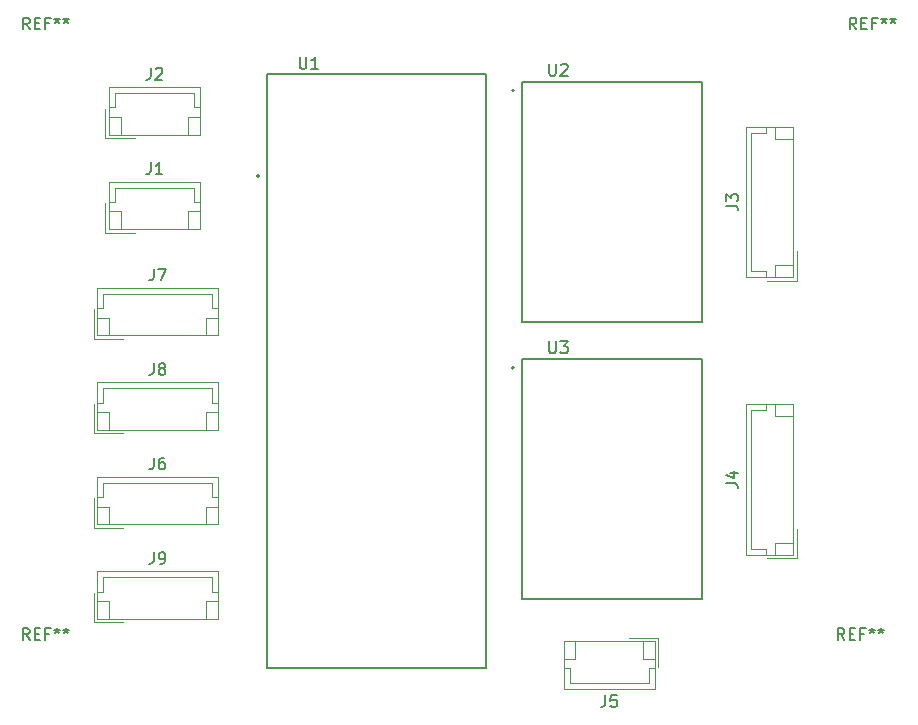
<source format=gbr>
%TF.GenerationSoftware,KiCad,Pcbnew,9.0.2*%
%TF.CreationDate,2025-05-14T21:51:20+02:00*%
%TF.ProjectId,carte_actionneur,63617274-655f-4616-9374-696f6e6e6575,rev?*%
%TF.SameCoordinates,Original*%
%TF.FileFunction,Legend,Top*%
%TF.FilePolarity,Positive*%
%FSLAX46Y46*%
G04 Gerber Fmt 4.6, Leading zero omitted, Abs format (unit mm)*
G04 Created by KiCad (PCBNEW 9.0.2) date 2025-05-14 21:51:20*
%MOMM*%
%LPD*%
G01*
G04 APERTURE LIST*
%ADD10C,0.150000*%
%ADD11C,0.120000*%
%ADD12C,0.127000*%
%ADD13C,0.200000*%
G04 APERTURE END LIST*
D10*
X62666666Y-88604819D02*
X62333333Y-88128628D01*
X62095238Y-88604819D02*
X62095238Y-87604819D01*
X62095238Y-87604819D02*
X62476190Y-87604819D01*
X62476190Y-87604819D02*
X62571428Y-87652438D01*
X62571428Y-87652438D02*
X62619047Y-87700057D01*
X62619047Y-87700057D02*
X62666666Y-87795295D01*
X62666666Y-87795295D02*
X62666666Y-87938152D01*
X62666666Y-87938152D02*
X62619047Y-88033390D01*
X62619047Y-88033390D02*
X62571428Y-88081009D01*
X62571428Y-88081009D02*
X62476190Y-88128628D01*
X62476190Y-88128628D02*
X62095238Y-88128628D01*
X63095238Y-88081009D02*
X63428571Y-88081009D01*
X63571428Y-88604819D02*
X63095238Y-88604819D01*
X63095238Y-88604819D02*
X63095238Y-87604819D01*
X63095238Y-87604819D02*
X63571428Y-87604819D01*
X64333333Y-88081009D02*
X64000000Y-88081009D01*
X64000000Y-88604819D02*
X64000000Y-87604819D01*
X64000000Y-87604819D02*
X64476190Y-87604819D01*
X65000000Y-87604819D02*
X65000000Y-87842914D01*
X64761905Y-87747676D02*
X65000000Y-87842914D01*
X65000000Y-87842914D02*
X65238095Y-87747676D01*
X64857143Y-88033390D02*
X65000000Y-87842914D01*
X65000000Y-87842914D02*
X65142857Y-88033390D01*
X65761905Y-87604819D02*
X65761905Y-87842914D01*
X65523810Y-87747676D02*
X65761905Y-87842914D01*
X65761905Y-87842914D02*
X66000000Y-87747676D01*
X65619048Y-88033390D02*
X65761905Y-87842914D01*
X65761905Y-87842914D02*
X65904762Y-88033390D01*
X62666666Y-36904819D02*
X62333333Y-36428628D01*
X62095238Y-36904819D02*
X62095238Y-35904819D01*
X62095238Y-35904819D02*
X62476190Y-35904819D01*
X62476190Y-35904819D02*
X62571428Y-35952438D01*
X62571428Y-35952438D02*
X62619047Y-36000057D01*
X62619047Y-36000057D02*
X62666666Y-36095295D01*
X62666666Y-36095295D02*
X62666666Y-36238152D01*
X62666666Y-36238152D02*
X62619047Y-36333390D01*
X62619047Y-36333390D02*
X62571428Y-36381009D01*
X62571428Y-36381009D02*
X62476190Y-36428628D01*
X62476190Y-36428628D02*
X62095238Y-36428628D01*
X63095238Y-36381009D02*
X63428571Y-36381009D01*
X63571428Y-36904819D02*
X63095238Y-36904819D01*
X63095238Y-36904819D02*
X63095238Y-35904819D01*
X63095238Y-35904819D02*
X63571428Y-35904819D01*
X64333333Y-36381009D02*
X64000000Y-36381009D01*
X64000000Y-36904819D02*
X64000000Y-35904819D01*
X64000000Y-35904819D02*
X64476190Y-35904819D01*
X65000000Y-35904819D02*
X65000000Y-36142914D01*
X64761905Y-36047676D02*
X65000000Y-36142914D01*
X65000000Y-36142914D02*
X65238095Y-36047676D01*
X64857143Y-36333390D02*
X65000000Y-36142914D01*
X65000000Y-36142914D02*
X65142857Y-36333390D01*
X65761905Y-35904819D02*
X65761905Y-36142914D01*
X65523810Y-36047676D02*
X65761905Y-36142914D01*
X65761905Y-36142914D02*
X66000000Y-36047676D01*
X65619048Y-36333390D02*
X65761905Y-36142914D01*
X65761905Y-36142914D02*
X65904762Y-36333390D01*
X131666666Y-88604819D02*
X131333333Y-88128628D01*
X131095238Y-88604819D02*
X131095238Y-87604819D01*
X131095238Y-87604819D02*
X131476190Y-87604819D01*
X131476190Y-87604819D02*
X131571428Y-87652438D01*
X131571428Y-87652438D02*
X131619047Y-87700057D01*
X131619047Y-87700057D02*
X131666666Y-87795295D01*
X131666666Y-87795295D02*
X131666666Y-87938152D01*
X131666666Y-87938152D02*
X131619047Y-88033390D01*
X131619047Y-88033390D02*
X131571428Y-88081009D01*
X131571428Y-88081009D02*
X131476190Y-88128628D01*
X131476190Y-88128628D02*
X131095238Y-88128628D01*
X132095238Y-88081009D02*
X132428571Y-88081009D01*
X132571428Y-88604819D02*
X132095238Y-88604819D01*
X132095238Y-88604819D02*
X132095238Y-87604819D01*
X132095238Y-87604819D02*
X132571428Y-87604819D01*
X133333333Y-88081009D02*
X133000000Y-88081009D01*
X133000000Y-88604819D02*
X133000000Y-87604819D01*
X133000000Y-87604819D02*
X133476190Y-87604819D01*
X134000000Y-87604819D02*
X134000000Y-87842914D01*
X133761905Y-87747676D02*
X134000000Y-87842914D01*
X134000000Y-87842914D02*
X134238095Y-87747676D01*
X133857143Y-88033390D02*
X134000000Y-87842914D01*
X134000000Y-87842914D02*
X134142857Y-88033390D01*
X134761905Y-87604819D02*
X134761905Y-87842914D01*
X134523810Y-87747676D02*
X134761905Y-87842914D01*
X134761905Y-87842914D02*
X135000000Y-87747676D01*
X134619048Y-88033390D02*
X134761905Y-87842914D01*
X134761905Y-87842914D02*
X134904762Y-88033390D01*
X132666666Y-36904819D02*
X132333333Y-36428628D01*
X132095238Y-36904819D02*
X132095238Y-35904819D01*
X132095238Y-35904819D02*
X132476190Y-35904819D01*
X132476190Y-35904819D02*
X132571428Y-35952438D01*
X132571428Y-35952438D02*
X132619047Y-36000057D01*
X132619047Y-36000057D02*
X132666666Y-36095295D01*
X132666666Y-36095295D02*
X132666666Y-36238152D01*
X132666666Y-36238152D02*
X132619047Y-36333390D01*
X132619047Y-36333390D02*
X132571428Y-36381009D01*
X132571428Y-36381009D02*
X132476190Y-36428628D01*
X132476190Y-36428628D02*
X132095238Y-36428628D01*
X133095238Y-36381009D02*
X133428571Y-36381009D01*
X133571428Y-36904819D02*
X133095238Y-36904819D01*
X133095238Y-36904819D02*
X133095238Y-35904819D01*
X133095238Y-35904819D02*
X133571428Y-35904819D01*
X134333333Y-36381009D02*
X134000000Y-36381009D01*
X134000000Y-36904819D02*
X134000000Y-35904819D01*
X134000000Y-35904819D02*
X134476190Y-35904819D01*
X135000000Y-35904819D02*
X135000000Y-36142914D01*
X134761905Y-36047676D02*
X135000000Y-36142914D01*
X135000000Y-36142914D02*
X135238095Y-36047676D01*
X134857143Y-36333390D02*
X135000000Y-36142914D01*
X135000000Y-36142914D02*
X135142857Y-36333390D01*
X135761905Y-35904819D02*
X135761905Y-36142914D01*
X135523810Y-36047676D02*
X135761905Y-36142914D01*
X135761905Y-36142914D02*
X136000000Y-36047676D01*
X135619048Y-36333390D02*
X135761905Y-36142914D01*
X135761905Y-36142914D02*
X135904762Y-36333390D01*
X72916666Y-48154819D02*
X72916666Y-48869104D01*
X72916666Y-48869104D02*
X72869047Y-49011961D01*
X72869047Y-49011961D02*
X72773809Y-49107200D01*
X72773809Y-49107200D02*
X72630952Y-49154819D01*
X72630952Y-49154819D02*
X72535714Y-49154819D01*
X73916666Y-49154819D02*
X73345238Y-49154819D01*
X73630952Y-49154819D02*
X73630952Y-48154819D01*
X73630952Y-48154819D02*
X73535714Y-48297676D01*
X73535714Y-48297676D02*
X73440476Y-48392914D01*
X73440476Y-48392914D02*
X73345238Y-48440533D01*
X72916666Y-40154819D02*
X72916666Y-40869104D01*
X72916666Y-40869104D02*
X72869047Y-41011961D01*
X72869047Y-41011961D02*
X72773809Y-41107200D01*
X72773809Y-41107200D02*
X72630952Y-41154819D01*
X72630952Y-41154819D02*
X72535714Y-41154819D01*
X73345238Y-40250057D02*
X73392857Y-40202438D01*
X73392857Y-40202438D02*
X73488095Y-40154819D01*
X73488095Y-40154819D02*
X73726190Y-40154819D01*
X73726190Y-40154819D02*
X73821428Y-40202438D01*
X73821428Y-40202438D02*
X73869047Y-40250057D01*
X73869047Y-40250057D02*
X73916666Y-40345295D01*
X73916666Y-40345295D02*
X73916666Y-40440533D01*
X73916666Y-40440533D02*
X73869047Y-40583390D01*
X73869047Y-40583390D02*
X73297619Y-41154819D01*
X73297619Y-41154819D02*
X73916666Y-41154819D01*
X73166666Y-81154819D02*
X73166666Y-81869104D01*
X73166666Y-81869104D02*
X73119047Y-82011961D01*
X73119047Y-82011961D02*
X73023809Y-82107200D01*
X73023809Y-82107200D02*
X72880952Y-82154819D01*
X72880952Y-82154819D02*
X72785714Y-82154819D01*
X73690476Y-82154819D02*
X73880952Y-82154819D01*
X73880952Y-82154819D02*
X73976190Y-82107200D01*
X73976190Y-82107200D02*
X74023809Y-82059580D01*
X74023809Y-82059580D02*
X74119047Y-81916723D01*
X74119047Y-81916723D02*
X74166666Y-81726247D01*
X74166666Y-81726247D02*
X74166666Y-81345295D01*
X74166666Y-81345295D02*
X74119047Y-81250057D01*
X74119047Y-81250057D02*
X74071428Y-81202438D01*
X74071428Y-81202438D02*
X73976190Y-81154819D01*
X73976190Y-81154819D02*
X73785714Y-81154819D01*
X73785714Y-81154819D02*
X73690476Y-81202438D01*
X73690476Y-81202438D02*
X73642857Y-81250057D01*
X73642857Y-81250057D02*
X73595238Y-81345295D01*
X73595238Y-81345295D02*
X73595238Y-81583390D01*
X73595238Y-81583390D02*
X73642857Y-81678628D01*
X73642857Y-81678628D02*
X73690476Y-81726247D01*
X73690476Y-81726247D02*
X73785714Y-81773866D01*
X73785714Y-81773866D02*
X73976190Y-81773866D01*
X73976190Y-81773866D02*
X74071428Y-81726247D01*
X74071428Y-81726247D02*
X74119047Y-81678628D01*
X74119047Y-81678628D02*
X74166666Y-81583390D01*
X85538095Y-39234819D02*
X85538095Y-40044342D01*
X85538095Y-40044342D02*
X85585714Y-40139580D01*
X85585714Y-40139580D02*
X85633333Y-40187200D01*
X85633333Y-40187200D02*
X85728571Y-40234819D01*
X85728571Y-40234819D02*
X85919047Y-40234819D01*
X85919047Y-40234819D02*
X86014285Y-40187200D01*
X86014285Y-40187200D02*
X86061904Y-40139580D01*
X86061904Y-40139580D02*
X86109523Y-40044342D01*
X86109523Y-40044342D02*
X86109523Y-39234819D01*
X87109523Y-40234819D02*
X86538095Y-40234819D01*
X86823809Y-40234819D02*
X86823809Y-39234819D01*
X86823809Y-39234819D02*
X86728571Y-39377676D01*
X86728571Y-39377676D02*
X86633333Y-39472914D01*
X86633333Y-39472914D02*
X86538095Y-39520533D01*
X106663095Y-63319819D02*
X106663095Y-64129342D01*
X106663095Y-64129342D02*
X106710714Y-64224580D01*
X106710714Y-64224580D02*
X106758333Y-64272200D01*
X106758333Y-64272200D02*
X106853571Y-64319819D01*
X106853571Y-64319819D02*
X107044047Y-64319819D01*
X107044047Y-64319819D02*
X107139285Y-64272200D01*
X107139285Y-64272200D02*
X107186904Y-64224580D01*
X107186904Y-64224580D02*
X107234523Y-64129342D01*
X107234523Y-64129342D02*
X107234523Y-63319819D01*
X107615476Y-63319819D02*
X108234523Y-63319819D01*
X108234523Y-63319819D02*
X107901190Y-63700771D01*
X107901190Y-63700771D02*
X108044047Y-63700771D01*
X108044047Y-63700771D02*
X108139285Y-63748390D01*
X108139285Y-63748390D02*
X108186904Y-63796009D01*
X108186904Y-63796009D02*
X108234523Y-63891247D01*
X108234523Y-63891247D02*
X108234523Y-64129342D01*
X108234523Y-64129342D02*
X108186904Y-64224580D01*
X108186904Y-64224580D02*
X108139285Y-64272200D01*
X108139285Y-64272200D02*
X108044047Y-64319819D01*
X108044047Y-64319819D02*
X107758333Y-64319819D01*
X107758333Y-64319819D02*
X107663095Y-64272200D01*
X107663095Y-64272200D02*
X107615476Y-64224580D01*
X111416666Y-93254819D02*
X111416666Y-93969104D01*
X111416666Y-93969104D02*
X111369047Y-94111961D01*
X111369047Y-94111961D02*
X111273809Y-94207200D01*
X111273809Y-94207200D02*
X111130952Y-94254819D01*
X111130952Y-94254819D02*
X111035714Y-94254819D01*
X112369047Y-93254819D02*
X111892857Y-93254819D01*
X111892857Y-93254819D02*
X111845238Y-93731009D01*
X111845238Y-93731009D02*
X111892857Y-93683390D01*
X111892857Y-93683390D02*
X111988095Y-93635771D01*
X111988095Y-93635771D02*
X112226190Y-93635771D01*
X112226190Y-93635771D02*
X112321428Y-93683390D01*
X112321428Y-93683390D02*
X112369047Y-93731009D01*
X112369047Y-93731009D02*
X112416666Y-93826247D01*
X112416666Y-93826247D02*
X112416666Y-94064342D01*
X112416666Y-94064342D02*
X112369047Y-94159580D01*
X112369047Y-94159580D02*
X112321428Y-94207200D01*
X112321428Y-94207200D02*
X112226190Y-94254819D01*
X112226190Y-94254819D02*
X111988095Y-94254819D01*
X111988095Y-94254819D02*
X111892857Y-94207200D01*
X111892857Y-94207200D02*
X111845238Y-94159580D01*
X73166666Y-57154819D02*
X73166666Y-57869104D01*
X73166666Y-57869104D02*
X73119047Y-58011961D01*
X73119047Y-58011961D02*
X73023809Y-58107200D01*
X73023809Y-58107200D02*
X72880952Y-58154819D01*
X72880952Y-58154819D02*
X72785714Y-58154819D01*
X73547619Y-57154819D02*
X74214285Y-57154819D01*
X74214285Y-57154819D02*
X73785714Y-58154819D01*
X73166666Y-73154819D02*
X73166666Y-73869104D01*
X73166666Y-73869104D02*
X73119047Y-74011961D01*
X73119047Y-74011961D02*
X73023809Y-74107200D01*
X73023809Y-74107200D02*
X72880952Y-74154819D01*
X72880952Y-74154819D02*
X72785714Y-74154819D01*
X74071428Y-73154819D02*
X73880952Y-73154819D01*
X73880952Y-73154819D02*
X73785714Y-73202438D01*
X73785714Y-73202438D02*
X73738095Y-73250057D01*
X73738095Y-73250057D02*
X73642857Y-73392914D01*
X73642857Y-73392914D02*
X73595238Y-73583390D01*
X73595238Y-73583390D02*
X73595238Y-73964342D01*
X73595238Y-73964342D02*
X73642857Y-74059580D01*
X73642857Y-74059580D02*
X73690476Y-74107200D01*
X73690476Y-74107200D02*
X73785714Y-74154819D01*
X73785714Y-74154819D02*
X73976190Y-74154819D01*
X73976190Y-74154819D02*
X74071428Y-74107200D01*
X74071428Y-74107200D02*
X74119047Y-74059580D01*
X74119047Y-74059580D02*
X74166666Y-73964342D01*
X74166666Y-73964342D02*
X74166666Y-73726247D01*
X74166666Y-73726247D02*
X74119047Y-73631009D01*
X74119047Y-73631009D02*
X74071428Y-73583390D01*
X74071428Y-73583390D02*
X73976190Y-73535771D01*
X73976190Y-73535771D02*
X73785714Y-73535771D01*
X73785714Y-73535771D02*
X73690476Y-73583390D01*
X73690476Y-73583390D02*
X73642857Y-73631009D01*
X73642857Y-73631009D02*
X73595238Y-73726247D01*
X121654819Y-51833333D02*
X122369104Y-51833333D01*
X122369104Y-51833333D02*
X122511961Y-51880952D01*
X122511961Y-51880952D02*
X122607200Y-51976190D01*
X122607200Y-51976190D02*
X122654819Y-52119047D01*
X122654819Y-52119047D02*
X122654819Y-52214285D01*
X121654819Y-51452380D02*
X121654819Y-50833333D01*
X121654819Y-50833333D02*
X122035771Y-51166666D01*
X122035771Y-51166666D02*
X122035771Y-51023809D01*
X122035771Y-51023809D02*
X122083390Y-50928571D01*
X122083390Y-50928571D02*
X122131009Y-50880952D01*
X122131009Y-50880952D02*
X122226247Y-50833333D01*
X122226247Y-50833333D02*
X122464342Y-50833333D01*
X122464342Y-50833333D02*
X122559580Y-50880952D01*
X122559580Y-50880952D02*
X122607200Y-50928571D01*
X122607200Y-50928571D02*
X122654819Y-51023809D01*
X122654819Y-51023809D02*
X122654819Y-51309523D01*
X122654819Y-51309523D02*
X122607200Y-51404761D01*
X122607200Y-51404761D02*
X122559580Y-51452380D01*
X121654819Y-75333333D02*
X122369104Y-75333333D01*
X122369104Y-75333333D02*
X122511961Y-75380952D01*
X122511961Y-75380952D02*
X122607200Y-75476190D01*
X122607200Y-75476190D02*
X122654819Y-75619047D01*
X122654819Y-75619047D02*
X122654819Y-75714285D01*
X121988152Y-74428571D02*
X122654819Y-74428571D01*
X121607200Y-74666666D02*
X122321485Y-74904761D01*
X122321485Y-74904761D02*
X122321485Y-74285714D01*
X73166666Y-65154819D02*
X73166666Y-65869104D01*
X73166666Y-65869104D02*
X73119047Y-66011961D01*
X73119047Y-66011961D02*
X73023809Y-66107200D01*
X73023809Y-66107200D02*
X72880952Y-66154819D01*
X72880952Y-66154819D02*
X72785714Y-66154819D01*
X73785714Y-65583390D02*
X73690476Y-65535771D01*
X73690476Y-65535771D02*
X73642857Y-65488152D01*
X73642857Y-65488152D02*
X73595238Y-65392914D01*
X73595238Y-65392914D02*
X73595238Y-65345295D01*
X73595238Y-65345295D02*
X73642857Y-65250057D01*
X73642857Y-65250057D02*
X73690476Y-65202438D01*
X73690476Y-65202438D02*
X73785714Y-65154819D01*
X73785714Y-65154819D02*
X73976190Y-65154819D01*
X73976190Y-65154819D02*
X74071428Y-65202438D01*
X74071428Y-65202438D02*
X74119047Y-65250057D01*
X74119047Y-65250057D02*
X74166666Y-65345295D01*
X74166666Y-65345295D02*
X74166666Y-65392914D01*
X74166666Y-65392914D02*
X74119047Y-65488152D01*
X74119047Y-65488152D02*
X74071428Y-65535771D01*
X74071428Y-65535771D02*
X73976190Y-65583390D01*
X73976190Y-65583390D02*
X73785714Y-65583390D01*
X73785714Y-65583390D02*
X73690476Y-65631009D01*
X73690476Y-65631009D02*
X73642857Y-65678628D01*
X73642857Y-65678628D02*
X73595238Y-65773866D01*
X73595238Y-65773866D02*
X73595238Y-65964342D01*
X73595238Y-65964342D02*
X73642857Y-66059580D01*
X73642857Y-66059580D02*
X73690476Y-66107200D01*
X73690476Y-66107200D02*
X73785714Y-66154819D01*
X73785714Y-66154819D02*
X73976190Y-66154819D01*
X73976190Y-66154819D02*
X74071428Y-66107200D01*
X74071428Y-66107200D02*
X74119047Y-66059580D01*
X74119047Y-66059580D02*
X74166666Y-65964342D01*
X74166666Y-65964342D02*
X74166666Y-65773866D01*
X74166666Y-65773866D02*
X74119047Y-65678628D01*
X74119047Y-65678628D02*
X74071428Y-65631009D01*
X74071428Y-65631009D02*
X73976190Y-65583390D01*
X106663095Y-39819819D02*
X106663095Y-40629342D01*
X106663095Y-40629342D02*
X106710714Y-40724580D01*
X106710714Y-40724580D02*
X106758333Y-40772200D01*
X106758333Y-40772200D02*
X106853571Y-40819819D01*
X106853571Y-40819819D02*
X107044047Y-40819819D01*
X107044047Y-40819819D02*
X107139285Y-40772200D01*
X107139285Y-40772200D02*
X107186904Y-40724580D01*
X107186904Y-40724580D02*
X107234523Y-40629342D01*
X107234523Y-40629342D02*
X107234523Y-39819819D01*
X107663095Y-39915057D02*
X107710714Y-39867438D01*
X107710714Y-39867438D02*
X107805952Y-39819819D01*
X107805952Y-39819819D02*
X108044047Y-39819819D01*
X108044047Y-39819819D02*
X108139285Y-39867438D01*
X108139285Y-39867438D02*
X108186904Y-39915057D01*
X108186904Y-39915057D02*
X108234523Y-40010295D01*
X108234523Y-40010295D02*
X108234523Y-40105533D01*
X108234523Y-40105533D02*
X108186904Y-40248390D01*
X108186904Y-40248390D02*
X107615476Y-40819819D01*
X107615476Y-40819819D02*
X108234523Y-40819819D01*
D11*
%TO.C,J1*%
X77110000Y-53810000D02*
X77110000Y-49790000D01*
X77110000Y-52310000D02*
X76110000Y-52310000D01*
X77110000Y-49790000D02*
X69390000Y-49790000D01*
X76610000Y-51500000D02*
X77110000Y-51500000D01*
X76610000Y-50290000D02*
X76610000Y-51500000D01*
X76110000Y-52310000D02*
X76110000Y-53810000D01*
X70390000Y-52310000D02*
X70390000Y-53810000D01*
X69890000Y-51500000D02*
X69890000Y-50290000D01*
X69890000Y-50290000D02*
X76610000Y-50290000D01*
X69390000Y-53810000D02*
X77110000Y-53810000D01*
X69390000Y-52310000D02*
X70390000Y-52310000D01*
X69390000Y-51500000D02*
X69890000Y-51500000D01*
X69390000Y-49790000D02*
X69390000Y-53810000D01*
X69090000Y-54110000D02*
X71590000Y-54110000D01*
X69090000Y-51610000D02*
X69090000Y-54110000D01*
%TO.C,J2*%
X77110000Y-45810000D02*
X77110000Y-41790000D01*
X77110000Y-44310000D02*
X76110000Y-44310000D01*
X77110000Y-41790000D02*
X69390000Y-41790000D01*
X76610000Y-43500000D02*
X77110000Y-43500000D01*
X76610000Y-42290000D02*
X76610000Y-43500000D01*
X76110000Y-44310000D02*
X76110000Y-45810000D01*
X70390000Y-44310000D02*
X70390000Y-45810000D01*
X69890000Y-43500000D02*
X69890000Y-42290000D01*
X69890000Y-42290000D02*
X76610000Y-42290000D01*
X69390000Y-45810000D02*
X77110000Y-45810000D01*
X69390000Y-44310000D02*
X70390000Y-44310000D01*
X69390000Y-43500000D02*
X69890000Y-43500000D01*
X69390000Y-41790000D02*
X69390000Y-45810000D01*
X69090000Y-46110000D02*
X71590000Y-46110000D01*
X69090000Y-43610000D02*
X69090000Y-46110000D01*
%TO.C,J9*%
X68090000Y-84610000D02*
X68090000Y-87110000D01*
X68090000Y-87110000D02*
X70590000Y-87110000D01*
X68390000Y-82790000D02*
X68390000Y-86810000D01*
X68390000Y-84500000D02*
X68890000Y-84500000D01*
X68390000Y-85310000D02*
X69390000Y-85310000D01*
X68390000Y-86810000D02*
X78610000Y-86810000D01*
X68890000Y-83290000D02*
X78110000Y-83290000D01*
X68890000Y-84500000D02*
X68890000Y-83290000D01*
X69390000Y-85310000D02*
X69390000Y-86810000D01*
X77610000Y-85310000D02*
X77610000Y-86810000D01*
X78110000Y-83290000D02*
X78110000Y-84500000D01*
X78110000Y-84500000D02*
X78610000Y-84500000D01*
X78610000Y-82790000D02*
X68390000Y-82790000D01*
X78610000Y-85310000D02*
X77610000Y-85310000D01*
X78610000Y-86810000D02*
X78610000Y-82790000D01*
D12*
%TO.C,U1*%
X82745000Y-40670000D02*
X101285000Y-40670000D01*
X82745000Y-90960000D02*
X82745000Y-40670000D01*
X101285000Y-40670000D02*
X101285000Y-90960000D01*
X101285000Y-90960000D02*
X82745000Y-90960000D01*
D13*
X82115000Y-49315000D02*
G75*
G02*
X81915000Y-49315000I-100000J0D01*
G01*
X81915000Y-49315000D02*
G75*
G02*
X82115000Y-49315000I100000J0D01*
G01*
D12*
%TO.C,U3*%
X104380000Y-64840000D02*
X119620000Y-64840000D01*
X104380000Y-85160000D02*
X104380000Y-64840000D01*
X119620000Y-64840000D02*
X119620000Y-85160000D01*
X119620000Y-85160000D02*
X104380000Y-85160000D01*
D13*
X103700000Y-65550000D02*
G75*
G02*
X103500000Y-65550000I-100000J0D01*
G01*
X103500000Y-65550000D02*
G75*
G02*
X103700000Y-65550000I100000J0D01*
G01*
D11*
%TO.C,J5*%
X107890000Y-88690000D02*
X107890000Y-92710000D01*
X107890000Y-90190000D02*
X108890000Y-90190000D01*
X107890000Y-92710000D02*
X115610000Y-92710000D01*
X108390000Y-91000000D02*
X107890000Y-91000000D01*
X108390000Y-92210000D02*
X108390000Y-91000000D01*
X108890000Y-90190000D02*
X108890000Y-88690000D01*
X114610000Y-90190000D02*
X114610000Y-88690000D01*
X115110000Y-91000000D02*
X115110000Y-92210000D01*
X115110000Y-92210000D02*
X108390000Y-92210000D01*
X115610000Y-88690000D02*
X107890000Y-88690000D01*
X115610000Y-90190000D02*
X114610000Y-90190000D01*
X115610000Y-91000000D02*
X115110000Y-91000000D01*
X115610000Y-92710000D02*
X115610000Y-88690000D01*
X115910000Y-88390000D02*
X113410000Y-88390000D01*
X115910000Y-90890000D02*
X115910000Y-88390000D01*
%TO.C,J7*%
X68090000Y-60610000D02*
X68090000Y-63110000D01*
X68090000Y-63110000D02*
X70590000Y-63110000D01*
X68390000Y-58790000D02*
X68390000Y-62810000D01*
X68390000Y-60500000D02*
X68890000Y-60500000D01*
X68390000Y-61310000D02*
X69390000Y-61310000D01*
X68390000Y-62810000D02*
X78610000Y-62810000D01*
X68890000Y-59290000D02*
X78110000Y-59290000D01*
X68890000Y-60500000D02*
X68890000Y-59290000D01*
X69390000Y-61310000D02*
X69390000Y-62810000D01*
X77610000Y-61310000D02*
X77610000Y-62810000D01*
X78110000Y-59290000D02*
X78110000Y-60500000D01*
X78110000Y-60500000D02*
X78610000Y-60500000D01*
X78610000Y-58790000D02*
X68390000Y-58790000D01*
X78610000Y-61310000D02*
X77610000Y-61310000D01*
X78610000Y-62810000D02*
X78610000Y-58790000D01*
%TO.C,J6*%
X78610000Y-78810000D02*
X78610000Y-74790000D01*
X78610000Y-77310000D02*
X77610000Y-77310000D01*
X78610000Y-74790000D02*
X68390000Y-74790000D01*
X78110000Y-76500000D02*
X78610000Y-76500000D01*
X78110000Y-75290000D02*
X78110000Y-76500000D01*
X77610000Y-77310000D02*
X77610000Y-78810000D01*
X69390000Y-77310000D02*
X69390000Y-78810000D01*
X68890000Y-76500000D02*
X68890000Y-75290000D01*
X68890000Y-75290000D02*
X78110000Y-75290000D01*
X68390000Y-78810000D02*
X78610000Y-78810000D01*
X68390000Y-77310000D02*
X69390000Y-77310000D01*
X68390000Y-76500000D02*
X68890000Y-76500000D01*
X68390000Y-74790000D02*
X68390000Y-78810000D01*
X68090000Y-79110000D02*
X70590000Y-79110000D01*
X68090000Y-76610000D02*
X68090000Y-79110000D01*
%TO.C,J3*%
X123290000Y-45140000D02*
X123290000Y-57860000D01*
X123290000Y-57860000D02*
X127310000Y-57860000D01*
X123790000Y-45640000D02*
X125000000Y-45640000D01*
X123790000Y-57360000D02*
X123790000Y-45640000D01*
X125000000Y-45640000D02*
X125000000Y-45140000D01*
X125000000Y-57360000D02*
X123790000Y-57360000D01*
X125000000Y-57860000D02*
X125000000Y-57360000D01*
X125110000Y-58160000D02*
X127610000Y-58160000D01*
X125810000Y-45140000D02*
X125810000Y-46140000D01*
X125810000Y-46140000D02*
X127310000Y-46140000D01*
X125810000Y-56860000D02*
X127310000Y-56860000D01*
X125810000Y-57860000D02*
X125810000Y-56860000D01*
X127310000Y-45140000D02*
X123290000Y-45140000D01*
X127310000Y-57860000D02*
X127310000Y-45140000D01*
X127610000Y-58160000D02*
X127610000Y-55660000D01*
%TO.C,J4*%
X123290000Y-68640000D02*
X123290000Y-81360000D01*
X123290000Y-81360000D02*
X127310000Y-81360000D01*
X123790000Y-69140000D02*
X125000000Y-69140000D01*
X123790000Y-80860000D02*
X123790000Y-69140000D01*
X125000000Y-69140000D02*
X125000000Y-68640000D01*
X125000000Y-80860000D02*
X123790000Y-80860000D01*
X125000000Y-81360000D02*
X125000000Y-80860000D01*
X125110000Y-81660000D02*
X127610000Y-81660000D01*
X125810000Y-68640000D02*
X125810000Y-69640000D01*
X125810000Y-69640000D02*
X127310000Y-69640000D01*
X125810000Y-80360000D02*
X127310000Y-80360000D01*
X125810000Y-81360000D02*
X125810000Y-80360000D01*
X127310000Y-68640000D02*
X123290000Y-68640000D01*
X127310000Y-81360000D02*
X127310000Y-68640000D01*
X127610000Y-81660000D02*
X127610000Y-79160000D01*
%TO.C,J8*%
X68090000Y-68610000D02*
X68090000Y-71110000D01*
X68090000Y-71110000D02*
X70590000Y-71110000D01*
X68390000Y-66790000D02*
X68390000Y-70810000D01*
X68390000Y-68500000D02*
X68890000Y-68500000D01*
X68390000Y-69310000D02*
X69390000Y-69310000D01*
X68390000Y-70810000D02*
X78610000Y-70810000D01*
X68890000Y-67290000D02*
X78110000Y-67290000D01*
X68890000Y-68500000D02*
X68890000Y-67290000D01*
X69390000Y-69310000D02*
X69390000Y-70810000D01*
X77610000Y-69310000D02*
X77610000Y-70810000D01*
X78110000Y-67290000D02*
X78110000Y-68500000D01*
X78110000Y-68500000D02*
X78610000Y-68500000D01*
X78610000Y-66790000D02*
X68390000Y-66790000D01*
X78610000Y-69310000D02*
X77610000Y-69310000D01*
X78610000Y-70810000D02*
X78610000Y-66790000D01*
D12*
%TO.C,U2*%
X104380000Y-41340000D02*
X119620000Y-41340000D01*
X104380000Y-61660000D02*
X104380000Y-41340000D01*
X119620000Y-41340000D02*
X119620000Y-61660000D01*
X119620000Y-61660000D02*
X104380000Y-61660000D01*
D13*
X103700000Y-42050000D02*
G75*
G02*
X103500000Y-42050000I-100000J0D01*
G01*
X103500000Y-42050000D02*
G75*
G02*
X103700000Y-42050000I100000J0D01*
G01*
%TD*%
M02*

</source>
